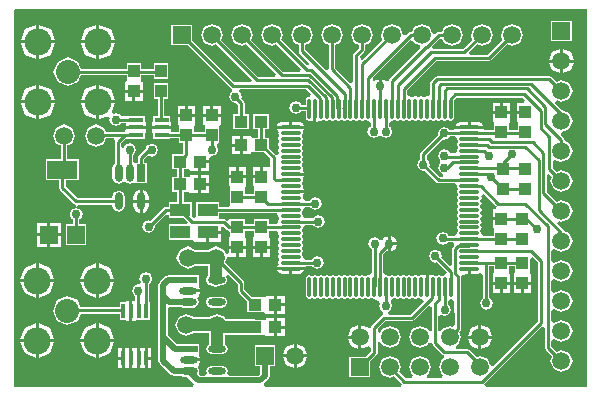
<source format=gtl>
%FSLAX43Y43*%
%MOMM*%
G71*
G01*
G75*
G04 Layer_Physical_Order=1*
G04 Layer_Color=255*
%ADD10R,1.000X1.100*%
%ADD11R,1.100X1.000*%
%ADD12R,1.700X1.100*%
%ADD13R,1.150X0.450*%
%ADD14R,1.500X1.500*%
%ADD15R,2.541X1.500*%
%ADD16R,0.350X1.200*%
%ADD17R,0.700X1.500*%
%ADD18O,0.700X1.500*%
%ADD19O,0.300X1.800*%
%ADD20O,1.800X0.300*%
%ADD21R,1.500X0.600*%
%ADD22O,1.500X0.600*%
%ADD23C,0.254*%
%ADD24C,1.000*%
%ADD25C,0.500*%
%ADD26C,0.762*%
%ADD27C,1.500*%
%ADD28C,2.032*%
%ADD29C,2.286*%
%ADD30R,1.500X1.500*%
%ADD31C,0.254*%
G36*
X61856Y67268D02*
X61924Y67104D01*
X62431Y66894D01*
X62481Y66645D01*
X59861Y64024D01*
X59780Y63830D01*
X59780Y63830D01*
X59780D01*
X59561Y63911D01*
X59561Y63911D01*
X59561Y63911D01*
X59202Y64060D01*
Y63425D01*
X58948D01*
Y64060D01*
X58589Y63911D01*
X58579Y63887D01*
X58507Y63901D01*
X58433Y64144D01*
X61607Y67318D01*
X61856Y67268D01*
D02*
G37*
G36*
X72400Y48513D02*
Y43509D01*
X68645Y39754D01*
X68396Y39803D01*
X68181Y40321D01*
X67510Y40599D01*
X67266Y40498D01*
X66644Y41119D01*
X66450Y41200D01*
X66450Y41200D01*
X65522D01*
X65473Y41449D01*
X65641Y41519D01*
X65919Y42190D01*
X65755Y42586D01*
X65853Y42685D01*
X65853Y42685D01*
X65877Y42742D01*
X65934Y42879D01*
X65934Y42879D01*
Y47363D01*
D01*
X65934Y47363D01*
X65934D01*
X66356Y47538D01*
X66478D01*
Y47975D01*
X66732D01*
Y47538D01*
X67355D01*
X67564Y47624D01*
X67775Y47483D01*
Y45486D01*
X67661Y45439D01*
X67500Y45050D01*
X67661Y44661D01*
X68050Y44500D01*
X68439Y44661D01*
X68600Y45050D01*
X68439Y45439D01*
X68325Y45486D01*
Y48200D01*
X68715D01*
Y47759D01*
X68715D01*
Y47667D01*
X68588Y47540D01*
X68588D01*
Y46863D01*
X70096D01*
Y47540D01*
X69969D01*
Y47759D01*
X69969D01*
Y48200D01*
X70493D01*
Y47759D01*
X70493D01*
Y47667D01*
X70366Y47540D01*
X70366D01*
Y46863D01*
X71874D01*
Y47540D01*
X71747D01*
Y47759D01*
X71747D01*
Y48834D01*
X71982Y48932D01*
X72400Y48513D01*
D02*
G37*
G36*
X68894Y53273D02*
X68948Y53250D01*
X68898Y53001D01*
X68588D01*
Y52324D01*
X69342D01*
Y52070D01*
X68588D01*
Y51393D01*
X68715D01*
Y51174D01*
X68715D01*
Y50750D01*
X67790D01*
X67649Y50961D01*
X67655Y50975D01*
X67567Y51187D01*
X67567Y51187D01*
X67655Y51475D01*
Y51475D01*
X67567Y51687D01*
X67567Y51687D01*
X67655Y51975D01*
Y51975D01*
X67648Y51991D01*
X67648Y51991D01*
X67648Y51991D01*
X67567Y52187D01*
Y52187D01*
D01*
Y52263D01*
D01*
X67655Y52475D01*
D01*
D01*
D01*
D01*
X67567Y52687D01*
X67567Y52687D01*
X67655Y52975D01*
Y52975D01*
X67567Y53187D01*
X67567Y53187D01*
X67648Y53459D01*
X67648Y53459D01*
X67648Y53459D01*
X67655Y53475D01*
X67567Y53687D01*
X67567Y53687D01*
X67655Y53975D01*
Y53975D01*
X67605Y54095D01*
X67694Y54261D01*
X67827Y54339D01*
X68894Y53273D01*
D02*
G37*
G36*
X65355Y45272D02*
X65381Y43198D01*
X65171Y43056D01*
X64970Y43139D01*
X64299Y42861D01*
X64224Y42681D01*
X63975Y42730D01*
Y43960D01*
X64186Y44101D01*
X64550Y43950D01*
X64939Y44111D01*
X65100Y44500D01*
X64939Y44889D01*
X64830Y44934D01*
Y45240D01*
X65041Y45381D01*
X65055Y45375D01*
X65143Y45412D01*
X65355Y45272D01*
D02*
G37*
G36*
X62343Y45463D02*
X62555Y45375D01*
X62571Y45382D01*
X62571D01*
Y45382D01*
X62607Y45397D01*
X62748Y45185D01*
X61640Y44078D01*
X59814D01*
X59765Y44327D01*
X59944Y44401D01*
X60105Y44790D01*
X59959Y45141D01*
X60057Y45376D01*
X60267Y45463D01*
D01*
X60343D01*
D01*
X60555Y45375D01*
D01*
D01*
D01*
D01*
X60767Y45463D01*
D01*
X60843D01*
X60843Y45463D01*
Y45463D01*
X61039Y45382D01*
X61039Y45382D01*
X61039Y45382D01*
X61055Y45375D01*
X61267Y45463D01*
D01*
X61343D01*
D01*
X61555Y45375D01*
D01*
D01*
D01*
D01*
X61767Y45463D01*
D01*
X61843D01*
D01*
X62055Y45375D01*
X62071Y45382D01*
X62071Y45382D01*
X62071Y45382D01*
X62267Y45463D01*
X62267D01*
D01*
X62343D01*
D01*
D02*
G37*
G36*
X65561Y58989D02*
X65555Y58975D01*
D01*
D01*
X65643Y58763D01*
D01*
Y58687D01*
D01*
X65555Y58475D01*
X65562Y58459D01*
X65562Y58459D01*
X65562Y58459D01*
X65643Y58263D01*
Y58263D01*
D01*
Y58187D01*
D01*
X65555Y57975D01*
D01*
D01*
D01*
D01*
X65561Y57961D01*
X65420Y57750D01*
X64975D01*
X64905Y57920D01*
X64516Y58081D01*
X64127Y57920D01*
X63966Y57531D01*
X64127Y57142D01*
D01*
Y57142D01*
Y57142D01*
D01*
X64127Y56904D01*
X64127D01*
X63966Y56515D01*
X64127Y56126D01*
X64434Y55999D01*
X64385Y55750D01*
X64146D01*
X63241Y56655D01*
X63288Y56769D01*
X63127Y57158D01*
X63013Y57205D01*
Y57544D01*
X64402Y58933D01*
X64516Y58886D01*
X64905Y59047D01*
X64968Y59200D01*
X65420D01*
X65561Y58989D01*
D02*
G37*
G36*
X76600Y38000D02*
X68001D01*
X67903Y38235D01*
X72716Y43047D01*
X72967Y43006D01*
X73000Y42939D01*
Y41279D01*
X73000Y41279D01*
X73081Y41085D01*
X73631Y40534D01*
X73476Y40160D01*
X73754Y39489D01*
X74425Y39211D01*
X75096Y39489D01*
X75374Y40160D01*
X75096Y40831D01*
X74425Y41109D01*
X74007Y40936D01*
X73550Y41393D01*
Y41885D01*
X73761Y42026D01*
X74425Y41751D01*
X75096Y42029D01*
X75374Y42700D01*
X75096Y43371D01*
X74425Y43649D01*
X73761Y43374D01*
X73550Y43515D01*
Y44425D01*
X73761Y44566D01*
X74425Y44291D01*
X75096Y44569D01*
X75374Y45240D01*
X75096Y45911D01*
X74425Y46189D01*
X73761Y45914D01*
X73550Y46055D01*
Y46965D01*
X73761Y47106D01*
X74425Y46831D01*
X75096Y47109D01*
X75374Y47780D01*
X75096Y48451D01*
X74425Y48729D01*
X73761Y48454D01*
X73550Y48595D01*
Y49505D01*
X73761Y49646D01*
X74425Y49371D01*
X75096Y49649D01*
X75374Y50320D01*
X75096Y50991D01*
X74634Y51183D01*
X74616Y51226D01*
X74616Y51226D01*
X74042Y51800D01*
X74183Y52011D01*
X74425Y51911D01*
X75096Y52189D01*
X75374Y52860D01*
X75096Y53531D01*
X74425Y53809D01*
X74007Y53636D01*
X73173Y54470D01*
Y55900D01*
X73408Y55998D01*
X73631Y55774D01*
X73476Y55400D01*
X73754Y54729D01*
X74425Y54451D01*
X75096Y54729D01*
X75374Y55400D01*
X75096Y56071D01*
X74425Y56349D01*
X74007Y56176D01*
X73681Y56502D01*
Y57070D01*
X73892Y57211D01*
X74425Y56991D01*
X75096Y57269D01*
X75374Y57940D01*
X75096Y58611D01*
X74697Y58777D01*
Y58853D01*
X74697Y58853D01*
X74697Y58853D01*
X74640Y58990D01*
X74616Y59047D01*
X74616Y59047D01*
X74380Y59284D01*
X74430Y59533D01*
X75096Y59809D01*
X75374Y60480D01*
X75096Y61151D01*
X74499Y61398D01*
X73865Y62033D01*
X74006Y62244D01*
X74425Y62071D01*
X75096Y62349D01*
X75374Y63020D01*
X75096Y63691D01*
X74425Y63969D01*
X74007Y63796D01*
X73600Y64202D01*
X73406Y64283D01*
X73406Y64283D01*
X63881D01*
X63881Y64283D01*
X63784Y64243D01*
X63687Y64202D01*
X63687Y64202D01*
X63361Y63876D01*
X63280Y63682D01*
X63280Y63682D01*
Y62710D01*
X63069Y62569D01*
X63055Y62575D01*
D01*
D01*
D01*
D01*
X62843Y62487D01*
D01*
X62767D01*
D01*
X62555Y62575D01*
D01*
D01*
D01*
D01*
X62343Y62487D01*
D01*
X62267D01*
X62267Y62487D01*
Y62487D01*
X62071Y62568D01*
X62071Y62568D01*
X62071Y62568D01*
X62055Y62575D01*
X61843Y62487D01*
D01*
X61767D01*
D01*
X61555Y62575D01*
D01*
D01*
D01*
D01*
X61541Y62569D01*
X61330Y62710D01*
Y63091D01*
X63789Y65550D01*
X68265D01*
X68265Y65550D01*
X68459Y65631D01*
X69819Y66990D01*
X70215Y66826D01*
X70886Y67104D01*
X71164Y67775D01*
X70886Y68446D01*
X70215Y68724D01*
X69544Y68446D01*
X69266Y67775D01*
X69430Y67379D01*
X68151Y66100D01*
X66721D01*
X66623Y66335D01*
X67279Y66990D01*
X67675Y66826D01*
X68346Y67104D01*
X68624Y67775D01*
X68346Y68446D01*
X67675Y68724D01*
X67004Y68446D01*
X66726Y67775D01*
X66890Y67379D01*
X66086Y66575D01*
X63592D01*
X63458Y66791D01*
X63496Y66868D01*
X64088Y67459D01*
X64337Y67410D01*
X64464Y67104D01*
X65135Y66826D01*
X65806Y67104D01*
X66084Y67775D01*
X65806Y68446D01*
X65135Y68724D01*
X64464Y68446D01*
X64300Y68050D01*
X64015D01*
X64015Y68050D01*
X63877Y67993D01*
X63820Y67969D01*
X63820Y67969D01*
X63730Y67879D01*
X63481Y67928D01*
X63266Y68446D01*
X62595Y68724D01*
X61924Y68446D01*
X61760Y68050D01*
X61675Y68050D01*
X61675Y68050D01*
X61675Y68050D01*
X61538Y67993D01*
X61481Y67969D01*
X61481Y67969D01*
X61248Y67737D01*
X60999Y67787D01*
X60726Y68446D01*
X60055Y68724D01*
X59384Y68446D01*
X59106Y67775D01*
X59270Y67379D01*
X57565Y65673D01*
X57428Y65730D01*
X57378Y65979D01*
X57709Y66311D01*
X57709Y66311D01*
X57790Y66505D01*
Y66940D01*
X58186Y67104D01*
X58464Y67775D01*
X58186Y68446D01*
X57515Y68724D01*
X56844Y68446D01*
X56566Y67775D01*
X56844Y67104D01*
X57240Y66940D01*
Y66619D01*
X56861Y66239D01*
X56780Y66045D01*
X56780Y66045D01*
Y63791D01*
X56545Y63693D01*
X55250Y64989D01*
Y66940D01*
X55646Y67104D01*
X55924Y67775D01*
X55646Y68446D01*
X54975Y68724D01*
X54304Y68446D01*
X54026Y67775D01*
X54304Y67104D01*
X54700Y66940D01*
Y64875D01*
D01*
X54700Y64875D01*
X54700D01*
X54462Y64777D01*
X52710Y66529D01*
Y66940D01*
X53106Y67104D01*
X53384Y67775D01*
X53106Y68446D01*
X52435Y68724D01*
X51764Y68446D01*
X51486Y67775D01*
X51764Y67104D01*
X52160Y66940D01*
Y66415D01*
X52160Y66415D01*
X52241Y66221D01*
X53049Y65412D01*
X53097Y65316D01*
X52935Y65199D01*
X52872Y65187D01*
X50680Y67379D01*
X50844Y67775D01*
X50566Y68446D01*
X49895Y68724D01*
X49224Y68446D01*
X48946Y67775D01*
X49224Y67104D01*
X49895Y66826D01*
X50291Y66990D01*
X52372Y64910D01*
X52274Y64675D01*
X50844D01*
X48140Y67379D01*
X48304Y67775D01*
X48026Y68446D01*
X47355Y68724D01*
X46684Y68446D01*
X46406Y67775D01*
X46684Y67104D01*
X47355Y66826D01*
X47751Y66990D01*
X50282Y64460D01*
X50184Y64225D01*
X48754D01*
X45600Y67379D01*
X45764Y67775D01*
X45486Y68446D01*
X44815Y68724D01*
X44144Y68446D01*
X43866Y67775D01*
X44144Y67104D01*
X44815Y66826D01*
X45211Y66990D01*
X48217Y63985D01*
X48119Y63750D01*
X46689D01*
X43152Y67287D01*
Y68652D01*
X41398D01*
Y66898D01*
X42763D01*
X46381Y63281D01*
X46381Y63281D01*
X46438Y63257D01*
X46502Y63230D01*
Y62976D01*
X46411Y62939D01*
X46250Y62550D01*
X46411Y62161D01*
X46800Y62000D01*
X46839Y62016D01*
X47050Y61875D01*
Y61052D01*
X46648D01*
Y59798D01*
X48002D01*
Y61052D01*
X47600D01*
Y62025D01*
X47600Y62025D01*
X47560Y62122D01*
X47519Y62219D01*
X47519Y62219D01*
X47303Y62436D01*
X47350Y62550D01*
X47189Y62939D01*
X47159Y62951D01*
X47209Y63200D01*
X52812D01*
X53248Y62765D01*
X53107Y62553D01*
X53071Y62568D01*
Y62568D01*
D01*
D01*
X53071Y62568D01*
D01*
X53055Y62575D01*
X52843Y62487D01*
X52836Y62471D01*
X52836D01*
X52836D01*
X52836Y62471D01*
X52836Y62471D01*
Y62471D01*
X52755Y62275D01*
Y61870D01*
X52379D01*
X52332Y61984D01*
X51943Y62145D01*
X51554Y61984D01*
X51393Y61595D01*
X51554Y61206D01*
X51943Y61045D01*
X52332Y61206D01*
X52379Y61320D01*
X52755D01*
Y60775D01*
X52836Y60579D01*
Y60579D01*
X52836Y60579D01*
X52836Y60579D01*
X52836D01*
X52836D01*
X52843Y60563D01*
X53055Y60475D01*
X53071Y60482D01*
X53071D01*
Y60482D01*
D01*
D01*
D01*
X53139Y60510D01*
X53246Y60466D01*
X53246Y60466D01*
X53246Y60466D01*
X53428Y60390D01*
Y61525D01*
X53682D01*
Y60390D01*
X53864Y60466D01*
X53864Y60466D01*
Y60466D01*
X53971Y60510D01*
X54055Y60475D01*
X54267Y60563D01*
X54267D01*
D01*
X54343D01*
D01*
X54555Y60475D01*
X54571Y60482D01*
X54571Y60482D01*
X54571Y60482D01*
X54767Y60563D01*
X54767D01*
D01*
X54843D01*
D01*
X55055Y60475D01*
D01*
D01*
D01*
D01*
X55267Y60563D01*
D01*
X55343D01*
D01*
X55555Y60475D01*
D01*
D01*
D01*
D01*
X55767Y60563D01*
D01*
X55843D01*
X55843Y60563D01*
Y60563D01*
X56039Y60482D01*
X56039Y60482D01*
X56039Y60482D01*
X56055Y60475D01*
X56267Y60563D01*
D01*
X56343D01*
D01*
X56555Y60475D01*
D01*
D01*
D01*
D01*
X56767Y60563D01*
D01*
X56843D01*
D01*
X57055Y60475D01*
X57071Y60482D01*
X57071Y60482D01*
X57071Y60482D01*
X57267Y60563D01*
X57267D01*
D01*
X57343D01*
D01*
X57555Y60475D01*
D01*
D01*
D01*
D01*
X57767Y60563D01*
D01*
X57843D01*
D01*
X58055Y60475D01*
X58069Y60481D01*
X58280Y60340D01*
Y60002D01*
X58158Y59952D01*
X57997Y59563D01*
X58158Y59174D01*
X58547Y59013D01*
X58936Y59174D01*
X58936Y59174D01*
X59174D01*
Y59174D01*
X59563Y59013D01*
X59952Y59174D01*
X60113Y59563D01*
X59952Y59952D01*
X59838Y59999D01*
Y60336D01*
X60049Y60478D01*
X60055Y60475D01*
X60267Y60563D01*
D01*
X60343D01*
D01*
X60555Y60475D01*
D01*
D01*
D01*
D01*
X60767Y60563D01*
D01*
X60843D01*
X60843Y60563D01*
Y60563D01*
X61039Y60482D01*
X61039Y60482D01*
X61039Y60482D01*
X61055Y60475D01*
X61267Y60563D01*
D01*
X61343D01*
D01*
X61555Y60475D01*
D01*
D01*
D01*
D01*
X61767Y60563D01*
D01*
X61843D01*
D01*
X62055Y60475D01*
X62071Y60482D01*
X62071Y60482D01*
X62071Y60482D01*
X62267Y60563D01*
X62267D01*
D01*
X62343D01*
D01*
X62555Y60475D01*
D01*
D01*
D01*
D01*
X62767Y60563D01*
D01*
X62843D01*
D01*
X63055Y60475D01*
D01*
D01*
D01*
D01*
X63267Y60563D01*
D01*
X63343D01*
D01*
X63555Y60475D01*
D01*
D01*
D01*
D01*
X63767Y60563D01*
D01*
X63843D01*
X63843Y60563D01*
Y60563D01*
X64039Y60482D01*
X64039Y60482D01*
X64039Y60482D01*
X64055Y60475D01*
X64267Y60563D01*
D01*
X64343D01*
D01*
X64555Y60475D01*
X64571Y60482D01*
X64571Y60482D01*
X64571Y60482D01*
X64767Y60563D01*
X64767D01*
D01*
X64843D01*
D01*
X65055Y60475D01*
X65071Y60482D01*
X65071D01*
Y60482D01*
X65267Y60563D01*
X65355Y60775D01*
Y62275D01*
X65348Y62292D01*
X65519Y62463D01*
X71145D01*
X71356Y62253D01*
X71259Y62018D01*
X70620D01*
Y61341D01*
X71374D01*
Y61087D01*
X70620D01*
Y60410D01*
X70747D01*
Y60191D01*
X70747D01*
Y59750D01*
X69969D01*
Y60191D01*
X69969D01*
Y60283D01*
X70096Y60410D01*
X70096D01*
Y61087D01*
X68588D01*
Y60410D01*
X68715D01*
Y60191D01*
X68715D01*
Y59750D01*
X67928D01*
X67862Y59848D01*
X65348D01*
X65282Y59750D01*
X64936D01*
X64905Y59825D01*
X64516Y59986D01*
X64127Y59825D01*
X63966Y59436D01*
X64013Y59322D01*
X62544Y57852D01*
X62463Y57658D01*
X62463Y57658D01*
Y57205D01*
X62349Y57158D01*
X62188Y56769D01*
X62349Y56380D01*
X62738Y56219D01*
X62852Y56266D01*
X63838Y55281D01*
X63838Y55281D01*
X63895Y55257D01*
X64032Y55200D01*
X64032Y55200D01*
X65420D01*
X65561Y54989D01*
X65555Y54975D01*
D01*
D01*
D01*
D01*
X65643Y54763D01*
D01*
Y54687D01*
X65643Y54687D01*
X65643D01*
X65562Y54491D01*
X65562Y54491D01*
X65562Y54491D01*
X65555Y54475D01*
X65643Y54263D01*
D01*
Y54187D01*
D01*
X65555Y53975D01*
D01*
D01*
D01*
D01*
X65643Y53763D01*
D01*
Y53687D01*
D01*
X65555Y53475D01*
X65562Y53459D01*
X65562Y53459D01*
X65562Y53459D01*
X65643Y53263D01*
Y53263D01*
D01*
Y53187D01*
D01*
X65555Y52975D01*
D01*
D01*
D01*
D01*
X65643Y52763D01*
D01*
Y52687D01*
D01*
X65555Y52475D01*
D01*
D01*
D01*
D01*
X65643Y52263D01*
D01*
Y52187D01*
X65643Y52187D01*
X65643D01*
X65562Y51991D01*
X65562Y51991D01*
X65562Y51991D01*
X65555Y51975D01*
X65643Y51763D01*
D01*
Y51687D01*
D01*
X65555Y51475D01*
D01*
D01*
D01*
D01*
X65643Y51263D01*
D01*
Y51187D01*
D01*
X65555Y50975D01*
X65561Y50961D01*
X65420Y50750D01*
X64854D01*
X64778Y50935D01*
X64389Y51096D01*
X64000Y50935D01*
X63839Y50546D01*
X64000Y50157D01*
X64389Y49996D01*
X64778Y50157D01*
X64796Y50200D01*
X65240D01*
X65299Y50171D01*
X65340Y49920D01*
X65257Y49837D01*
X65176Y49642D01*
X65176Y49642D01*
Y48320D01*
X64941Y48222D01*
X64228Y48936D01*
X64275Y49050D01*
X64114Y49439D01*
X63725Y49600D01*
X63336Y49439D01*
X63175Y49050D01*
X63336Y48661D01*
X63725Y48500D01*
X63839Y48547D01*
X64703Y47683D01*
X64562Y47472D01*
X64555Y47475D01*
X64343Y47387D01*
D01*
X64267D01*
D01*
X64055Y47475D01*
X64039Y47468D01*
X64039Y47468D01*
X64039Y47468D01*
X63843Y47387D01*
X63843D01*
D01*
X63767D01*
D01*
X63555Y47475D01*
X63539Y47468D01*
X63539D01*
Y47468D01*
X63471Y47440D01*
X63364Y47484D01*
X63364Y47484D01*
X63364Y47484D01*
X63182Y47560D01*
Y46425D01*
X62928D01*
Y47560D01*
X62746Y47484D01*
X62746Y47484D01*
Y47484D01*
X62639Y47440D01*
X62571Y47468D01*
Y47468D01*
X62571D01*
X62555Y47475D01*
X62343Y47387D01*
D01*
X62267D01*
X62267Y47387D01*
Y47387D01*
X62071Y47468D01*
X62071Y47468D01*
X62071Y47468D01*
X62055Y47475D01*
X61843Y47387D01*
D01*
X61767D01*
D01*
X61555Y47475D01*
D01*
D01*
D01*
D01*
X61343Y47387D01*
D01*
X61267D01*
D01*
X61055Y47475D01*
X61039Y47468D01*
X61039Y47468D01*
X61039Y47468D01*
X60843Y47387D01*
X60843D01*
D01*
X60767D01*
D01*
X60555Y47475D01*
D01*
D01*
D01*
D01*
X60343Y47387D01*
D01*
X60267D01*
D01*
X60055Y47475D01*
D01*
D01*
D01*
D01*
X59843Y47387D01*
D01*
X59767D01*
X59767Y47387D01*
Y47387D01*
X59555Y47475D01*
X59541Y47469D01*
X59330Y47610D01*
Y49191D01*
X59614Y49475D01*
X59698Y49440D01*
Y50075D01*
Y50710D01*
X59339Y50561D01*
X59288Y50439D01*
X59034Y50439D01*
X59014Y50489D01*
X58625Y50650D01*
X58236Y50489D01*
X58075Y50100D01*
X58236Y49711D01*
X58350Y49664D01*
Y47581D01*
X58139Y47440D01*
X58055Y47475D01*
D01*
D01*
D01*
D01*
X57843Y47387D01*
D01*
X57767D01*
D01*
X57555Y47475D01*
D01*
D01*
D01*
D01*
X57343Y47387D01*
D01*
X57267D01*
X57267Y47387D01*
Y47387D01*
X57071Y47468D01*
X57071Y47468D01*
X57071Y47468D01*
X57055Y47475D01*
X56843Y47387D01*
D01*
X56767D01*
D01*
X56555Y47475D01*
D01*
D01*
D01*
D01*
X56343Y47387D01*
D01*
X56267D01*
D01*
X56055Y47475D01*
X56039Y47468D01*
X56039Y47468D01*
X56039Y47468D01*
X55843Y47387D01*
X55843D01*
D01*
X55767D01*
D01*
X55555Y47475D01*
D01*
D01*
D01*
D01*
X55343Y47387D01*
D01*
X55267D01*
D01*
X55055Y47475D01*
D01*
D01*
D01*
D01*
X54843Y47387D01*
D01*
X54767D01*
X54767Y47387D01*
Y47387D01*
X54571Y47468D01*
X54571Y47468D01*
X54571Y47468D01*
X54555Y47475D01*
X54343Y47387D01*
D01*
X54267D01*
D01*
X54055Y47475D01*
D01*
D01*
D01*
D01*
X53843Y47387D01*
D01*
X53767D01*
D01*
X53555Y47475D01*
X53539Y47468D01*
X53539Y47468D01*
X53539Y47468D01*
X53343Y47387D01*
X53343D01*
D01*
X53267D01*
D01*
X53055Y47475D01*
X53039Y47468D01*
X53039D01*
Y47468D01*
X52843Y47387D01*
X52755Y47175D01*
Y45675D01*
X52843Y45463D01*
X53039Y45382D01*
Y45382D01*
X53039D01*
X53055Y45375D01*
X53267Y45463D01*
D01*
X53343D01*
X53343Y45463D01*
Y45463D01*
X53539Y45382D01*
X53539Y45382D01*
X53539Y45382D01*
X53555Y45375D01*
X53767Y45463D01*
D01*
X53843D01*
D01*
X54055Y45375D01*
D01*
D01*
D01*
D01*
X54267Y45463D01*
D01*
X54343D01*
D01*
X54555Y45375D01*
X54571Y45382D01*
X54571Y45382D01*
X54571Y45382D01*
X54767Y45463D01*
X54767D01*
D01*
X54843D01*
D01*
X55055Y45375D01*
D01*
D01*
D01*
D01*
X55267Y45463D01*
D01*
X55343D01*
D01*
X55555Y45375D01*
D01*
D01*
D01*
D01*
X55767Y45463D01*
D01*
X55843D01*
X55843Y45463D01*
Y45463D01*
X56039Y45382D01*
X56039Y45382D01*
X56039Y45382D01*
X56055Y45375D01*
X56267Y45463D01*
D01*
X56343D01*
D01*
X56555Y45375D01*
D01*
D01*
D01*
D01*
X56767Y45463D01*
D01*
X56843D01*
D01*
X57055Y45375D01*
X57071Y45382D01*
X57071Y45382D01*
X57071Y45382D01*
X57267Y45463D01*
X57267D01*
D01*
X57343D01*
D01*
X57555Y45375D01*
D01*
D01*
D01*
D01*
X57767Y45463D01*
D01*
X57843D01*
D01*
X58055Y45375D01*
D01*
D01*
D01*
D01*
X58267Y45463D01*
D01*
X58343D01*
X58343Y45463D01*
Y45463D01*
X58555Y45375D01*
X58639Y45410D01*
X58746Y45366D01*
X58746Y45366D01*
X58746Y45366D01*
X59005Y45259D01*
X59102Y45024D01*
X59005Y44790D01*
X59166Y44401D01*
X59356Y44323D01*
X59356Y44069D01*
X59241Y44021D01*
X59184Y43997D01*
X59184Y43997D01*
X58381Y43194D01*
X58300Y43000D01*
X58300Y43000D01*
X58300D01*
X58275Y42990D01*
X58118Y42958D01*
X58118D01*
D01*
X57477Y43224D01*
Y42190D01*
Y41156D01*
X58089Y41409D01*
X58300Y41268D01*
Y40989D01*
X57838Y40527D01*
X56473D01*
Y38773D01*
X58227D01*
Y40138D01*
X58769Y40681D01*
X58769Y40681D01*
X58793Y40738D01*
X58850Y40875D01*
X58850Y40875D01*
Y41758D01*
X59099Y41808D01*
X59219Y41519D01*
X59890Y41241D01*
X60561Y41519D01*
X60839Y42190D01*
X60561Y42861D01*
X59890Y43139D01*
X59219Y42861D01*
X59099Y42572D01*
X58850Y42622D01*
Y42886D01*
X59492Y43528D01*
X61754D01*
X61754Y43528D01*
X61949Y43609D01*
X63190Y44850D01*
X63425Y44753D01*
Y42730D01*
X63176Y42681D01*
X63101Y42861D01*
X62430Y43139D01*
X61759Y42861D01*
X61481Y42190D01*
X61759Y41519D01*
X62430Y41241D01*
X63101Y41519D01*
X63166Y41675D01*
X63425D01*
X63425Y41675D01*
Y41675D01*
X63425Y41675D01*
X63506Y41481D01*
X64256Y40731D01*
X64256Y40731D01*
X64450Y40650D01*
Y40384D01*
X64299Y40321D01*
X64021Y39650D01*
X64299Y38979D01*
X64371Y38949D01*
X64321Y38700D01*
X63079D01*
X63029Y38949D01*
X63101Y38979D01*
X63379Y39650D01*
X63101Y40321D01*
X62430Y40599D01*
X61759Y40321D01*
X61481Y39650D01*
X61759Y38979D01*
X61831Y38949D01*
X61781Y38700D01*
X61229D01*
X60675Y39254D01*
X60839Y39650D01*
X60561Y40321D01*
X59890Y40599D01*
X59219Y40321D01*
X58941Y39650D01*
X59219Y38979D01*
X59890Y38701D01*
X60286Y38865D01*
X60917Y38235D01*
X60819Y38000D01*
X49311D01*
X49214Y38236D01*
X49614Y38636D01*
X49614Y38636D01*
X49649Y38721D01*
X49733Y38925D01*
X49733Y38925D01*
Y39723D01*
X50202D01*
Y41477D01*
X48448D01*
Y39723D01*
X48917D01*
Y39094D01*
X48756Y38933D01*
X46239D01*
X46098Y39144D01*
X46162Y39300D01*
X46027Y39627D01*
X45700Y39762D01*
X44800D01*
X44473Y39627D01*
X44338Y39300D01*
X44402Y39144D01*
X44261Y38933D01*
X43839D01*
X43698Y39144D01*
X43762Y39300D01*
X43627Y39627D01*
Y39627D01*
D01*
X43724Y39826D01*
X43724Y39826D01*
X43847Y40123D01*
X42850D01*
Y40377D01*
X43847D01*
X43724Y40674D01*
X43709Y40680D01*
X43727Y40773D01*
X43727D01*
X43727Y40773D01*
Y41627D01*
X41973D01*
Y41608D01*
X41844D01*
X41108Y42344D01*
Y44681D01*
X41200Y44742D01*
X42244D01*
X42375Y44688D01*
X43275D01*
X43602Y44823D01*
X43737Y45150D01*
X43602Y45477D01*
Y45477D01*
D01*
X43699Y45676D01*
X43699Y45676D01*
X43822Y45973D01*
X42825D01*
Y46227D01*
X43822D01*
X43699Y46524D01*
X43684Y46530D01*
X43702Y46623D01*
X43702D01*
X43702Y46623D01*
Y47477D01*
X41948D01*
Y47458D01*
X41150D01*
X41150Y47458D01*
X41006Y47398D01*
X40861Y47339D01*
X40861Y47339D01*
X40411Y46889D01*
X40292Y46600D01*
X40292Y46600D01*
Y45650D01*
X40292Y45650D01*
X40292Y45650D01*
Y42175D01*
X40292Y42175D01*
X40292Y42175D01*
Y40200D01*
X40292Y40200D01*
X40411Y39911D01*
X41311Y39011D01*
X41311Y39011D01*
X41456Y38952D01*
X41600Y38892D01*
X41600Y38892D01*
X42269D01*
X42400Y38838D01*
X42735D01*
X43336Y38236D01*
D01*
Y38236D01*
Y38236D01*
X43239Y38000D01*
X28100D01*
Y69850D01*
X28150Y69900D01*
Y69900D01*
X28156Y69925D01*
X76600D01*
Y38000D01*
D02*
G37*
%LPC*%
G36*
X45175Y49874D02*
X44522Y49604D01*
X43428D01*
X42775Y49874D01*
X42104Y49596D01*
X41826Y48925D01*
X42104Y48254D01*
X42775Y47976D01*
X43428Y48246D01*
X44496D01*
Y47397D01*
X44448Y47377D01*
X44313Y47050D01*
X44448Y46723D01*
X44695Y46621D01*
X44695Y46620D01*
X45175Y46421D01*
X45577Y46588D01*
X45675D01*
X46002Y46723D01*
X46137Y47050D01*
X46016Y47343D01*
X46227Y47484D01*
X47025Y46686D01*
Y46100D01*
X47025Y46100D01*
X47106Y45906D01*
X47798Y45213D01*
Y44298D01*
X49152D01*
Y44298D01*
X49244D01*
X49371Y44171D01*
Y44171D01*
X50048D01*
Y44925D01*
Y45679D01*
X49371D01*
Y45552D01*
X49152D01*
Y45552D01*
X48237D01*
X47575Y46214D01*
Y46800D01*
X47575Y46800D01*
X47518Y46937D01*
X47494Y46994D01*
X47494Y46994D01*
X45960Y48529D01*
X46124Y48925D01*
Y48925D01*
X46129Y48936D01*
X46236Y48980D01*
X46236Y48980D01*
X46236Y48980D01*
X46863D01*
Y49657D01*
X46236D01*
Y49306D01*
X45987Y49257D01*
X45846Y49596D01*
X45175Y49874D01*
D02*
G37*
G36*
X34988Y46838D02*
X33655D01*
X34046Y45896D01*
X34988Y45506D01*
Y46838D01*
D02*
G37*
G36*
X70096Y46609D02*
X69469D01*
Y45932D01*
X70096D01*
Y46609D01*
D02*
G37*
G36*
X69215D02*
X68588D01*
Y45932D01*
X69215D01*
Y46609D01*
D02*
G37*
G36*
X36575Y46838D02*
X35242D01*
Y45506D01*
X36184Y45896D01*
X36575Y46838D01*
D02*
G37*
G36*
X31494D02*
X30162D01*
Y45506D01*
X31104Y45896D01*
X31494Y46838D01*
D02*
G37*
G36*
X45675Y45612D02*
X44775D01*
X44448Y45477D01*
X44313Y45150D01*
X44448Y44823D01*
X44775Y44688D01*
X45675D01*
X46002Y44823D01*
X46137Y45150D01*
X46002Y45477D01*
X45675Y45612D01*
D02*
G37*
G36*
X50979Y44798D02*
X50302D01*
Y44171D01*
X50979D01*
Y44798D01*
D02*
G37*
G36*
Y45679D02*
X50302D01*
Y45052D01*
X50979D01*
Y45679D01*
D02*
G37*
G36*
X29908Y46838D02*
X28576D01*
X28966Y45896D01*
X29908Y45506D01*
Y46838D01*
D02*
G37*
G36*
X30898Y50723D02*
X30021D01*
Y49846D01*
X30898D01*
Y50723D01*
D02*
G37*
G36*
X70993Y46609D02*
X70366D01*
Y45932D01*
X70993D01*
Y46609D01*
D02*
G37*
G36*
X35242Y48424D02*
Y47092D01*
X36575D01*
X36184Y48034D01*
X35242Y48424D01*
D02*
G37*
G36*
X48895Y49657D02*
X48268D01*
Y48980D01*
X48895D01*
Y49657D01*
D02*
G37*
G36*
X34988Y48424D02*
X34046Y48034D01*
X33655Y47092D01*
X34988D01*
Y48424D01*
D02*
G37*
G36*
X47744Y49657D02*
X47117D01*
Y48980D01*
X47744D01*
Y49657D01*
D02*
G37*
G36*
X52640Y47848D02*
X51632D01*
Y47538D01*
X52255D01*
X52564Y47666D01*
X52640Y47848D01*
D02*
G37*
G36*
X51378D02*
X50370D01*
X50446Y47666D01*
X50755Y47538D01*
X51378D01*
Y47848D01*
D02*
G37*
G36*
X60460Y49948D02*
X59952D01*
Y49440D01*
X60311Y49589D01*
X60460Y49948D01*
D02*
G37*
G36*
X39243Y47667D02*
X38854Y47506D01*
X38693Y47117D01*
X38817Y46818D01*
X38637Y46639D01*
X38608Y46651D01*
X38219Y46490D01*
X38058Y46101D01*
X38219Y45712D01*
X38333Y45665D01*
Y45254D01*
X38102D01*
Y44400D01*
Y43546D01*
X38404D01*
Y43673D01*
X38927D01*
Y43673D01*
X38927D01*
X38927Y43673D01*
X38973D01*
Y43673D01*
X39577D01*
Y45127D01*
X39518D01*
Y46681D01*
X39632Y46728D01*
X39793Y47117D01*
X39632Y47506D01*
X39243Y47667D01*
D02*
G37*
G36*
X71874Y46609D02*
X71247D01*
Y45932D01*
X71874D01*
Y46609D01*
D02*
G37*
G36*
X30162Y48424D02*
Y47092D01*
X31494D01*
X31104Y48034D01*
X30162Y48424D01*
D02*
G37*
G36*
X29908D02*
X28966Y48034D01*
X28576Y47092D01*
X29908D01*
Y48424D01*
D02*
G37*
G36*
X49776Y49657D02*
X49149D01*
Y48980D01*
X49776D01*
Y49657D01*
D02*
G37*
G36*
X34988Y41758D02*
X33655D01*
X34046Y40816D01*
X34988Y40425D01*
Y41758D01*
D02*
G37*
G36*
X31494D02*
X30162D01*
Y40425D01*
X31104Y40816D01*
X31494Y41758D01*
D02*
G37*
G36*
X29908D02*
X28576D01*
X28966Y40816D01*
X29908Y40425D01*
Y41758D01*
D02*
G37*
G36*
X36575D02*
X35242D01*
Y40425D01*
X36184Y40816D01*
X36575Y41758D01*
D02*
G37*
G36*
X51738Y41634D02*
X51097Y41368D01*
X50831Y40727D01*
X51738D01*
Y41634D01*
D02*
G37*
G36*
X39704Y41254D02*
X39402D01*
Y40527D01*
X39704D01*
Y41254D01*
D02*
G37*
G36*
X37198D02*
X36896D01*
Y40527D01*
X37198D01*
Y41254D01*
D02*
G37*
G36*
X38498D02*
X38102D01*
Y40400D01*
Y39546D01*
X38498D01*
Y40400D01*
Y41254D01*
D02*
G37*
G36*
X37848D02*
X37452D01*
Y40400D01*
Y39546D01*
X37848D01*
Y40400D01*
Y41254D01*
D02*
G37*
G36*
X37198Y40273D02*
X36896D01*
Y39546D01*
X37198D01*
Y40273D01*
D02*
G37*
G36*
X39148Y41254D02*
X38752D01*
Y40400D01*
Y39546D01*
X39148D01*
Y40400D01*
Y41254D01*
D02*
G37*
G36*
X52899Y40473D02*
X51992D01*
Y39566D01*
X52633Y39832D01*
X52899Y40473D01*
D02*
G37*
G36*
X51738D02*
X50831D01*
X51097Y39832D01*
X51738Y39566D01*
Y40473D01*
D02*
G37*
G36*
X39704Y40273D02*
X39402D01*
Y39546D01*
X39704D01*
Y40273D01*
D02*
G37*
G36*
X51992Y41634D02*
Y40727D01*
X52899D01*
X52633Y41368D01*
X51992Y41634D01*
D02*
G37*
G36*
X67383Y43224D02*
X66742Y42958D01*
X66476Y42317D01*
X67383D01*
Y43224D01*
D02*
G37*
G36*
X57223D02*
X56582Y42958D01*
X56316Y42317D01*
X57223D01*
Y43224D01*
D02*
G37*
G36*
X50979Y42898D02*
X50302D01*
Y42271D01*
X50979D01*
Y42898D01*
D02*
G37*
G36*
X67637Y43224D02*
Y42317D01*
X68544D01*
X68278Y42958D01*
X67637Y43224D01*
D02*
G37*
G36*
X45225Y44149D02*
X44572Y43879D01*
X43328D01*
X42675Y44149D01*
X42004Y43871D01*
X41726Y43200D01*
X42004Y42529D01*
X42675Y42251D01*
X43328Y42521D01*
X44571D01*
Y41567D01*
X44473Y41527D01*
X44338Y41200D01*
X44473Y40873D01*
X44800Y40738D01*
X45700D01*
X46027Y40873D01*
X46162Y41200D01*
X46027Y41527D01*
X45929Y41567D01*
Y42346D01*
X48475D01*
X48600Y42398D01*
X49152D01*
Y42398D01*
X49244D01*
X49371Y42271D01*
Y42271D01*
X50048D01*
Y43025D01*
Y43779D01*
X49371D01*
Y43652D01*
X49152D01*
Y43652D01*
X48600D01*
X48475Y43704D01*
X45966D01*
X45896Y43871D01*
X45225Y44149D01*
D02*
G37*
G36*
X32575Y45662D02*
X31700Y45300D01*
X31338Y44425D01*
X31700Y43550D01*
X32575Y43188D01*
X33450Y43550D01*
X33709Y44175D01*
X37023D01*
Y43673D01*
X37546D01*
Y43546D01*
X37848D01*
Y44400D01*
Y45254D01*
X37546D01*
Y45127D01*
X37023D01*
Y44725D01*
X33688D01*
X33450Y45300D01*
X32575Y45662D01*
D02*
G37*
G36*
X50979Y43779D02*
X50302D01*
Y43152D01*
X50979D01*
Y43779D01*
D02*
G37*
G36*
X68544Y42063D02*
X67637D01*
Y41156D01*
X68278Y41422D01*
X68544Y42063D01*
D02*
G37*
G36*
X67383D02*
X66476D01*
X66742Y41422D01*
X67383Y41156D01*
Y42063D01*
D02*
G37*
G36*
X57223D02*
X56316D01*
X56582Y41422D01*
X57223Y41156D01*
Y42063D01*
D02*
G37*
G36*
X29908Y43345D02*
X28966Y42954D01*
X28576Y42012D01*
X29908D01*
Y43345D01*
D02*
G37*
G36*
X35242D02*
Y42012D01*
X36575D01*
X36184Y42954D01*
X35242Y43345D01*
D02*
G37*
G36*
X34988D02*
X34046Y42954D01*
X33655Y42012D01*
X34988D01*
Y43345D01*
D02*
G37*
G36*
X30162D02*
Y42012D01*
X31494D01*
X31104Y42954D01*
X30162Y43345D01*
D02*
G37*
G36*
X38981Y62865D02*
X38354D01*
Y62188D01*
X38981D01*
Y62865D01*
D02*
G37*
G36*
X38100D02*
X37473D01*
Y62188D01*
X38100D01*
Y62865D01*
D02*
G37*
G36*
X70096Y62018D02*
X69469D01*
Y61341D01*
X70096D01*
Y62018D01*
D02*
G37*
G36*
X29972Y63562D02*
X29030Y63172D01*
X28639Y62230D01*
X29972D01*
Y63562D01*
D02*
G37*
G36*
X35306D02*
Y62230D01*
X36639D01*
X36248Y63172D01*
X35306Y63562D01*
D02*
G37*
G36*
X35052D02*
X34110Y63172D01*
X33720Y62230D01*
X35052D01*
Y63562D01*
D02*
G37*
G36*
X30226D02*
Y62230D01*
X31559D01*
X31168Y63172D01*
X30226Y63562D01*
D02*
G37*
G36*
X42545Y61764D02*
X41918D01*
Y61087D01*
X42545D01*
Y61764D01*
D02*
G37*
G36*
X35052Y61976D02*
X33720D01*
X34110Y61034D01*
X35052Y60644D01*
Y61976D01*
D02*
G37*
G36*
X31559D02*
X30226D01*
Y60644D01*
X31168Y61034D01*
X31559Y61976D01*
D02*
G37*
G36*
X43426Y61764D02*
X42799D01*
Y61087D01*
X43426D01*
Y61764D01*
D02*
G37*
G36*
X69215Y62018D02*
X68588D01*
Y61341D01*
X69215D01*
Y62018D01*
D02*
G37*
G36*
X45585Y61764D02*
X44958D01*
Y61087D01*
X45585D01*
Y61764D01*
D02*
G37*
G36*
X44704D02*
X44077D01*
Y61087D01*
X44704D01*
Y61764D01*
D02*
G37*
G36*
X75302Y68977D02*
X73548D01*
Y67223D01*
X75302D01*
Y68977D01*
D02*
G37*
G36*
X36639Y67056D02*
X35306D01*
Y65724D01*
X36248Y66114D01*
X36639Y67056D01*
D02*
G37*
G36*
X35052D02*
X33720D01*
X34110Y66114D01*
X35052Y65724D01*
Y67056D01*
D02*
G37*
G36*
X29972Y68643D02*
X29030Y68252D01*
X28639Y67310D01*
X29972D01*
Y68643D01*
D02*
G37*
G36*
X35306D02*
Y67310D01*
X36639D01*
X36248Y68252D01*
X35306Y68643D01*
D02*
G37*
G36*
X35052D02*
X34110Y68252D01*
X33720Y67310D01*
X35052D01*
Y68643D01*
D02*
G37*
G36*
X30226D02*
Y67310D01*
X31559D01*
X31168Y68252D01*
X30226Y68643D01*
D02*
G37*
G36*
X75459Y65433D02*
X74552D01*
Y64526D01*
X75193Y64792D01*
X75459Y65433D01*
D02*
G37*
G36*
X74298D02*
X73391D01*
X73657Y64792D01*
X74298Y64526D01*
Y65433D01*
D02*
G37*
G36*
X32639Y65880D02*
X31764Y65518D01*
X31402Y64643D01*
X31764Y63768D01*
X32639Y63406D01*
X33514Y63768D01*
X33762Y64368D01*
X37600D01*
Y64015D01*
X37600D01*
Y63923D01*
X37473Y63796D01*
X37473D01*
Y63119D01*
X38981D01*
Y63796D01*
X38854D01*
Y64015D01*
X38854D01*
Y64368D01*
X39886D01*
Y64015D01*
X41140D01*
Y65369D01*
X39886D01*
Y64918D01*
X38854D01*
Y65369D01*
X37600D01*
Y64918D01*
X33762D01*
X33514Y65518D01*
X32639Y65880D01*
D02*
G37*
G36*
X74298Y66594D02*
X73657Y66328D01*
X73391Y65687D01*
X74298D01*
Y66594D01*
D02*
G37*
G36*
X31559Y67056D02*
X30226D01*
Y65724D01*
X31168Y66114D01*
X31559Y67056D01*
D02*
G37*
G36*
X29972D02*
X28639D01*
X29030Y66114D01*
X29972Y65724D01*
Y67056D01*
D02*
G37*
G36*
X74552Y66594D02*
Y65687D01*
X75459D01*
X75193Y66328D01*
X74552Y66594D01*
D02*
G37*
G36*
X38952Y54676D02*
Y53802D01*
X39479D01*
Y54075D01*
X39287Y54537D01*
X38952Y54676D01*
D02*
G37*
G36*
X38698D02*
X38363Y54537D01*
X38171Y54075D01*
Y53802D01*
X38698D01*
Y54676D01*
D02*
G37*
G36*
X32325Y60199D02*
X31654Y59921D01*
X31376Y59250D01*
X31654Y58579D01*
X32050Y58415D01*
Y57227D01*
X30777D01*
Y55473D01*
X31900D01*
Y54825D01*
X31900Y54825D01*
X31981Y54630D01*
X33131Y53481D01*
X33131Y53481D01*
X33320Y53402D01*
Y53400D01*
X33320D01*
Y53150D01*
X33320D01*
Y53148D01*
X32936Y52989D01*
X32775Y52600D01*
X32936Y52211D01*
X33050Y52164D01*
Y51727D01*
X32448D01*
Y49973D01*
X34202D01*
Y51727D01*
X33600D01*
Y52164D01*
X33714Y52211D01*
X33875Y52600D01*
X33714Y52989D01*
X33325Y53150D01*
D01*
Y53220D01*
X33505Y53400D01*
X36409D01*
Y53275D01*
X36560Y52910D01*
X36925Y52759D01*
X37290Y52910D01*
X37441Y53275D01*
Y54075D01*
X37290Y54440D01*
X36925Y54591D01*
X36560Y54440D01*
X36409Y54075D01*
Y53950D01*
X33439D01*
X32450Y54939D01*
Y55473D01*
X33573D01*
Y57227D01*
X32600D01*
Y58415D01*
X32996Y58579D01*
X33274Y59250D01*
X32996Y59921D01*
X32325Y60199D01*
D02*
G37*
G36*
X46863Y56557D02*
X46236D01*
Y55880D01*
X46863D01*
Y56557D01*
D02*
G37*
G36*
X44619Y55872D02*
X43942D01*
Y55245D01*
X44619D01*
Y55872D01*
D02*
G37*
G36*
Y54991D02*
X43942D01*
Y54364D01*
X44619D01*
Y54991D01*
D02*
G37*
G36*
X39479Y53548D02*
X38952D01*
Y52674D01*
X39287Y52813D01*
X39479Y53275D01*
Y53548D01*
D02*
G37*
G36*
X45568Y50927D02*
X44591D01*
Y50250D01*
X45568D01*
Y50927D01*
D02*
G37*
G36*
X59952Y50710D02*
Y50202D01*
X60460D01*
X60311Y50561D01*
X59952Y50710D01*
D02*
G37*
G36*
X32029Y50723D02*
X31152D01*
Y49846D01*
X32029D01*
Y50723D01*
D02*
G37*
G36*
X38698Y53548D02*
X38171D01*
Y53275D01*
X38363Y52813D01*
X38698Y52674D01*
Y53548D01*
D02*
G37*
G36*
X32029Y51854D02*
X31152D01*
Y50977D01*
X32029D01*
Y51854D01*
D02*
G37*
G36*
X30898D02*
X30021D01*
Y50977D01*
X30898D01*
Y51854D01*
D02*
G37*
G36*
X47744Y56557D02*
X47117D01*
Y55880D01*
X47744D01*
Y56557D01*
D02*
G37*
G36*
X52255Y60412D02*
X51632D01*
Y60102D01*
X52640D01*
X52564Y60284D01*
X52255Y60412D01*
D02*
G37*
G36*
X51378D02*
X50755D01*
X50446Y60284D01*
X50370Y60102D01*
X51378D01*
Y60412D01*
D02*
G37*
G36*
X41140Y63669D02*
X39886D01*
Y62315D01*
X40238D01*
Y60946D01*
X39870D01*
Y60423D01*
X39743D01*
Y60071D01*
X41401D01*
Y60423D01*
X41274D01*
Y60946D01*
X40788D01*
Y62315D01*
X41140D01*
Y63669D01*
D02*
G37*
G36*
X29972Y61976D02*
X28639D01*
X29030Y61034D01*
X29972Y60644D01*
Y61976D01*
D02*
G37*
G36*
X67355Y60412D02*
X66732D01*
Y60102D01*
X67740D01*
X67664Y60284D01*
X67355Y60412D01*
D02*
G37*
G36*
X66478D02*
X65855D01*
X65546Y60284D01*
X65470Y60102D01*
X66478D01*
Y60412D01*
D02*
G37*
G36*
X36639Y61976D02*
X35306D01*
Y60644D01*
X36047Y60950D01*
X36226Y60771D01*
X36153Y60594D01*
X36314Y60205D01*
X36703Y60044D01*
X37092Y60205D01*
X37139Y60319D01*
X37593D01*
Y60071D01*
X39251D01*
Y60423D01*
X39124D01*
Y60946D01*
X37720D01*
Y60869D01*
X37139D01*
X37092Y60983D01*
X36703Y61144D01*
X36516Y61066D01*
X36336Y61246D01*
X36639Y61976D01*
D02*
G37*
G36*
X47198Y58323D02*
X46521D01*
Y57696D01*
X47198D01*
Y58323D01*
D02*
G37*
G36*
X44619Y56896D02*
X43942D01*
Y56269D01*
X44619D01*
Y56896D01*
D02*
G37*
G36*
X48895Y56557D02*
X48268D01*
Y55880D01*
X48895D01*
Y56557D01*
D02*
G37*
G36*
X47198Y59204D02*
X46521D01*
Y58577D01*
X47198D01*
Y59204D01*
D02*
G37*
G36*
X49702Y61052D02*
X48348D01*
Y59798D01*
X48750D01*
Y59077D01*
X48348D01*
Y59077D01*
X48256D01*
X48129Y59204D01*
Y59204D01*
X47452D01*
Y58450D01*
Y57696D01*
X48129D01*
Y57823D01*
X48348D01*
Y57823D01*
X49263D01*
X49775Y57311D01*
Y56557D01*
X49149D01*
Y55753D01*
X49022D01*
Y55626D01*
X48268D01*
Y54949D01*
X48395D01*
Y54730D01*
X48395D01*
Y54328D01*
X47617D01*
Y54730D01*
X47617D01*
Y54822D01*
X47744Y54949D01*
X47744D01*
Y55626D01*
X46236D01*
Y54949D01*
X46363D01*
Y54730D01*
X46363D01*
Y53376D01*
D01*
Y53376D01*
X46216Y53229D01*
X45441D01*
Y53631D01*
X43487D01*
Y52352D01*
X43352Y52296D01*
X43141Y52437D01*
Y53631D01*
X42439D01*
Y54491D01*
X42792D01*
Y54491D01*
X42884D01*
X43011Y54364D01*
Y54364D01*
X43688D01*
Y55118D01*
Y55872D01*
X43011D01*
Y55745D01*
X42792D01*
Y55745D01*
X42439D01*
Y56396D01*
X42792D01*
Y56396D01*
X42884D01*
X43011Y56269D01*
Y56269D01*
X43688D01*
Y57023D01*
X43815D01*
Y57150D01*
X44619D01*
Y57348D01*
X44830Y57489D01*
X44831Y57489D01*
X45220Y57650D01*
X45381Y58039D01*
X45243Y58372D01*
X45384Y58583D01*
X45458D01*
Y59937D01*
X45458D01*
Y60029D01*
X45585Y60156D01*
X45585D01*
Y60833D01*
X44077D01*
Y60156D01*
X44204D01*
Y59937D01*
X44204D01*
Y59569D01*
X43299D01*
Y59937D01*
X43299D01*
Y60029D01*
X43426Y60156D01*
X43426D01*
Y60833D01*
X41918D01*
Y60156D01*
X42045D01*
Y59937D01*
X42045D01*
Y59569D01*
X41401D01*
Y59817D01*
X39743D01*
Y59465D01*
X39870D01*
Y58942D01*
X41274D01*
Y59019D01*
X42045D01*
Y58583D01*
X42397D01*
Y57723D01*
X42324Y57650D01*
X41438D01*
Y56396D01*
X41889D01*
Y55745D01*
X41438D01*
Y54491D01*
X41889D01*
Y53631D01*
X41187D01*
Y53229D01*
X40904D01*
X40904Y53229D01*
X40767Y53172D01*
X40710Y53148D01*
X40710Y53148D01*
X39589Y52028D01*
X39475Y52075D01*
X39086Y51914D01*
X38925Y51525D01*
X39086Y51136D01*
X39475Y50975D01*
X39864Y51136D01*
X40025Y51525D01*
X39978Y51639D01*
X40952Y52614D01*
X41187Y52516D01*
Y52277D01*
X42452D01*
X42764Y51966D01*
X42666Y51731D01*
X41187D01*
Y50377D01*
X43141D01*
Y50377D01*
X43233D01*
X43360Y50250D01*
Y50250D01*
X44337D01*
Y51054D01*
X44464D01*
Y51181D01*
X45568D01*
Y51501D01*
X45803Y51599D01*
X46112Y51290D01*
X46112Y51290D01*
X46209Y51249D01*
X46306Y51209D01*
X46306Y51209D01*
Y51209D01*
X46363Y51095D01*
Y50807D01*
X46363D01*
Y50715D01*
X46236Y50588D01*
X46236D01*
Y49911D01*
X47744D01*
Y50588D01*
X47617D01*
Y50807D01*
X47617D01*
Y51200D01*
X48395D01*
Y50807D01*
X48395D01*
Y50715D01*
X48268Y50588D01*
X48268D01*
Y49911D01*
X49776D01*
Y50588D01*
X49649D01*
Y50807D01*
X49649D01*
Y51200D01*
X50320D01*
X50461Y50989D01*
X50455Y50975D01*
X50462Y50959D01*
X50462Y50959D01*
X50462D01*
X50543Y50763D01*
Y50763D01*
D01*
Y50687D01*
D01*
X50455Y50475D01*
D01*
D01*
D01*
D01*
X50543Y50263D01*
D01*
Y50187D01*
D01*
X50455Y49975D01*
D01*
D01*
D01*
D01*
X50543Y49763D01*
D01*
Y49687D01*
D01*
X50455Y49475D01*
D01*
D01*
D01*
D01*
X50543Y49263D01*
D01*
Y49187D01*
X50543Y49187D01*
X50543D01*
X50462Y48991D01*
X50462Y48991D01*
X50462Y48991D01*
X50455Y48975D01*
X50543Y48763D01*
D01*
Y48687D01*
D01*
X50455Y48475D01*
X50462Y48459D01*
X50462Y48459D01*
X50462D01*
X50490Y48391D01*
X50446Y48284D01*
X50446Y48284D01*
X50446Y48284D01*
X50370Y48102D01*
X52762D01*
X52828Y48200D01*
X53324D01*
X53371Y48086D01*
X53760Y47925D01*
X54149Y48086D01*
X54310Y48475D01*
X54149Y48864D01*
X53760Y49025D01*
X53371Y48864D01*
X53324Y48750D01*
X52690D01*
X52549Y48961D01*
X52555Y48975D01*
X52548Y48991D01*
X52548Y48991D01*
X52548D01*
X52467Y49187D01*
Y49187D01*
D01*
Y49263D01*
D01*
X52555Y49475D01*
D01*
D01*
D01*
D01*
X52467Y49687D01*
X52467Y49687D01*
X52555Y49975D01*
Y49975D01*
X52467Y50187D01*
X52467Y50187D01*
X52555Y50475D01*
Y50475D01*
X52467Y50687D01*
X52467Y50687D01*
X52548Y50959D01*
X52548Y50959D01*
X52548Y50959D01*
X52555Y50975D01*
X52467Y51187D01*
X52467Y51187D01*
X52555Y51475D01*
D01*
X52690Y51700D01*
X52690Y51700D01*
X53399D01*
X53459Y51554D01*
X53848Y51393D01*
X54237Y51554D01*
X54398Y51943D01*
X54237Y52332D01*
X53848Y52493D01*
X53459Y52332D01*
X53425Y52250D01*
X52690D01*
X52549Y52461D01*
X52555Y52475D01*
X52467Y52687D01*
X52467Y52687D01*
X52555Y52975D01*
Y52975D01*
X52549Y52989D01*
X52690Y53200D01*
X53155D01*
X53205Y53078D01*
X53594Y52917D01*
X53983Y53078D01*
X54144Y53467D01*
X53983Y53856D01*
X53594Y54017D01*
X53205Y53856D01*
X53161Y53750D01*
X52690D01*
X52549Y53961D01*
X52555Y53975D01*
X52548Y53991D01*
Y53991D01*
X52548D01*
X52520Y54059D01*
X52564Y54166D01*
X52564Y54166D01*
X52564Y54166D01*
X52640Y54348D01*
X51505D01*
Y54602D01*
X52640D01*
X52564Y54784D01*
X52564Y54784D01*
X52564D01*
X52520Y54891D01*
X52548Y54959D01*
D01*
X52548D01*
X52548Y54959D01*
D01*
D01*
Y54959D01*
X52555Y54975D01*
X52536Y55021D01*
X52536Y55021D01*
X52467Y55187D01*
X52467D01*
X52555Y55475D01*
Y55475D01*
X52548Y55491D01*
X52548Y55491D01*
X52548D01*
X52520Y55559D01*
X52564Y55666D01*
X52564Y55666D01*
X52564Y55666D01*
X52640Y55848D01*
X51505D01*
Y56102D01*
X52640D01*
X52564Y56284D01*
X52564Y56284D01*
X52564D01*
X52520Y56391D01*
X52555Y56475D01*
X52467Y56687D01*
Y56687D01*
D01*
Y56763D01*
D01*
X52555Y56975D01*
X52548Y56991D01*
X52548Y56991D01*
X52548Y56991D01*
X52467Y57187D01*
Y57187D01*
D01*
Y57263D01*
D01*
X52555Y57475D01*
D01*
D01*
D01*
D01*
X52467Y57687D01*
X52467Y57687D01*
X52555Y57975D01*
Y57975D01*
X52467Y58187D01*
X52467Y58187D01*
X52548Y58459D01*
X52548Y58459D01*
X52548Y58459D01*
X52555Y58475D01*
X52467Y58687D01*
X52467Y58687D01*
X52555Y58975D01*
Y58975D01*
X52467Y59187D01*
X52467Y59187D01*
X52555Y59475D01*
Y59475D01*
X52548Y59491D01*
X52548Y59491D01*
X52548D01*
X52520Y59559D01*
X52564Y59666D01*
X52564Y59666D01*
X52564Y59666D01*
X52640Y59848D01*
X50370D01*
X50446Y59666D01*
X50446Y59666D01*
X50446D01*
X50490Y59559D01*
X50462Y59491D01*
X50462Y59491D01*
X50462Y59491D01*
X50455Y59475D01*
X50543Y59263D01*
D01*
Y59187D01*
D01*
X50455Y58975D01*
D01*
D01*
D01*
D01*
X50543Y58763D01*
D01*
Y58687D01*
D01*
X50455Y58475D01*
X50462Y58459D01*
X50462Y58459D01*
X50462Y58459D01*
X50543Y58263D01*
Y58263D01*
D01*
Y58187D01*
D01*
X50455Y57975D01*
D01*
D01*
D01*
D01*
X50523Y57811D01*
X50382Y57599D01*
X50253D01*
X50244Y57619D01*
X49702Y58162D01*
Y59077D01*
X49300D01*
Y59798D01*
X49702D01*
Y61052D01*
D02*
G37*
G36*
X35025Y60199D02*
X34354Y59921D01*
X34076Y59250D01*
X34354Y58579D01*
X35025Y58301D01*
X35696Y58579D01*
X35879Y59019D01*
X36504D01*
X36645Y58808D01*
X36600Y58700D01*
X36600Y58700D01*
Y56857D01*
X36560Y56840D01*
X36409Y56475D01*
Y55675D01*
X36560Y55310D01*
X36925Y55159D01*
X37290Y55310D01*
X37290Y55310D01*
X37510D01*
Y55310D01*
X37875Y55159D01*
X37970Y55198D01*
X38348Y55198D01*
Y55198D01*
X39302D01*
Y56952D01*
X39100D01*
Y57261D01*
X39434Y57596D01*
X39725Y57475D01*
X40114Y57636D01*
X40275Y58025D01*
X40114Y58414D01*
X39725Y58575D01*
X39336Y58414D01*
X39238Y58177D01*
X38631Y57569D01*
X38550Y57375D01*
X38550Y57375D01*
Y56952D01*
X38348Y56952D01*
Y56952D01*
D01*
D01*
D01*
X38330D01*
X38150Y57132D01*
Y57614D01*
X38264Y57661D01*
X38425Y58050D01*
X38264Y58439D01*
X37875Y58600D01*
X37486Y58439D01*
X37399Y58228D01*
X37150Y58278D01*
Y58586D01*
X37506Y58942D01*
X37720Y58942D01*
Y58942D01*
X39124D01*
Y59465D01*
X39251D01*
Y59817D01*
X37593D01*
Y59817D01*
X37469Y59569D01*
X37469Y59569D01*
Y59569D01*
D01*
X35842D01*
X35696Y59921D01*
X35025Y60199D01*
D02*
G37*
%LPD*%
G36*
X50455Y52475D02*
D01*
X50543Y52263D01*
D01*
Y52187D01*
X50543Y52187D01*
X50543D01*
X50462Y51991D01*
X50462D01*
Y51991D01*
X50455Y51975D01*
X50461Y51961D01*
X50320Y51750D01*
X49649D01*
Y52161D01*
X48395D01*
Y51750D01*
X47617D01*
Y52161D01*
X46363D01*
Y52148D01*
X46128Y52050D01*
X46041Y52137D01*
X45847Y52218D01*
X45847Y52218D01*
X45441D01*
Y52277D01*
X45441D01*
Y52679D01*
X50319D01*
X50455Y52475D01*
D02*
G37*
D10*
X44831Y60960D02*
D03*
Y59260D02*
D03*
X42672Y60960D02*
D03*
Y59260D02*
D03*
X71120Y52197D02*
D03*
Y50497D02*
D03*
X69342Y52197D02*
D03*
Y50497D02*
D03*
X71374Y61214D02*
D03*
Y59514D02*
D03*
X69342Y61214D02*
D03*
Y59514D02*
D03*
X71374Y54737D02*
D03*
Y56437D02*
D03*
X69469Y54737D02*
D03*
Y56437D02*
D03*
X49022Y55753D02*
D03*
Y54053D02*
D03*
X46990Y55753D02*
D03*
Y54053D02*
D03*
X71120Y46736D02*
D03*
Y48436D02*
D03*
X69342Y46736D02*
D03*
Y48436D02*
D03*
X40513Y62992D02*
D03*
Y64692D02*
D03*
X38227Y62992D02*
D03*
Y64692D02*
D03*
X49022Y49784D02*
D03*
Y51484D02*
D03*
X46990Y49784D02*
D03*
Y51484D02*
D03*
D11*
X48475Y43025D02*
D03*
X50175D02*
D03*
X48475Y44925D02*
D03*
X50175D02*
D03*
X49025Y60425D02*
D03*
X47325D02*
D03*
Y58450D02*
D03*
X49025D02*
D03*
X43815Y57023D02*
D03*
X42115D02*
D03*
X43815Y55118D02*
D03*
X42115D02*
D03*
D12*
X42164Y51054D02*
D03*
X44464D02*
D03*
X42164Y52954D02*
D03*
X44464D02*
D03*
D13*
X40572Y60594D02*
D03*
Y59944D02*
D03*
Y59294D02*
D03*
X38422D02*
D03*
Y59944D02*
D03*
Y60594D02*
D03*
D14*
X33325Y50850D02*
D03*
X31025D02*
D03*
X57350Y39650D02*
D03*
X49325Y40600D02*
D03*
X42275Y67775D02*
D03*
D15*
X32175Y56350D02*
D03*
D16*
X37325Y40400D02*
D03*
X37975D02*
D03*
X38625D02*
D03*
X39275D02*
D03*
X37325Y44400D02*
D03*
X37975D02*
D03*
X38625D02*
D03*
X39275D02*
D03*
D17*
X38825Y56075D02*
D03*
D18*
X37875D02*
D03*
X36925D02*
D03*
X38825Y53675D02*
D03*
X36925D02*
D03*
D19*
X53055Y61525D02*
D03*
X53555D02*
D03*
X54055D02*
D03*
X54555D02*
D03*
X55055D02*
D03*
X55555D02*
D03*
X56055D02*
D03*
X56555D02*
D03*
X57055D02*
D03*
X57555D02*
D03*
X58055D02*
D03*
X58555D02*
D03*
X59055D02*
D03*
X59555D02*
D03*
X60055D02*
D03*
X60555D02*
D03*
X61055D02*
D03*
X61555D02*
D03*
X62055D02*
D03*
X62555D02*
D03*
X63055D02*
D03*
X63555D02*
D03*
X64055D02*
D03*
X64555D02*
D03*
X65055D02*
D03*
Y46425D02*
D03*
X64555D02*
D03*
X64055D02*
D03*
X63555D02*
D03*
X63055D02*
D03*
X62555D02*
D03*
X62055D02*
D03*
X61555D02*
D03*
X61055D02*
D03*
X60555D02*
D03*
X60055D02*
D03*
X59555D02*
D03*
X59055D02*
D03*
X58555D02*
D03*
X58055D02*
D03*
X57555D02*
D03*
X57055D02*
D03*
X56555D02*
D03*
X56055D02*
D03*
X55555D02*
D03*
X55055D02*
D03*
X54555D02*
D03*
X54055D02*
D03*
X53555D02*
D03*
X53055D02*
D03*
D20*
X66605Y59975D02*
D03*
Y59475D02*
D03*
Y58975D02*
D03*
Y58475D02*
D03*
Y57975D02*
D03*
Y57475D02*
D03*
Y56975D02*
D03*
Y56475D02*
D03*
Y55975D02*
D03*
Y55475D02*
D03*
Y54975D02*
D03*
Y54475D02*
D03*
Y53975D02*
D03*
Y53475D02*
D03*
Y52975D02*
D03*
Y52475D02*
D03*
Y51975D02*
D03*
Y51475D02*
D03*
Y50975D02*
D03*
Y50475D02*
D03*
Y49975D02*
D03*
Y49475D02*
D03*
Y48975D02*
D03*
Y48475D02*
D03*
Y47975D02*
D03*
X51505D02*
D03*
Y48475D02*
D03*
Y48975D02*
D03*
Y49475D02*
D03*
Y49975D02*
D03*
Y50475D02*
D03*
Y50975D02*
D03*
Y51475D02*
D03*
Y51975D02*
D03*
Y52475D02*
D03*
Y52975D02*
D03*
Y53475D02*
D03*
Y53975D02*
D03*
Y54475D02*
D03*
Y54975D02*
D03*
Y55475D02*
D03*
Y55975D02*
D03*
Y56475D02*
D03*
Y56975D02*
D03*
Y57475D02*
D03*
Y57975D02*
D03*
Y58475D02*
D03*
Y58975D02*
D03*
Y59475D02*
D03*
Y59975D02*
D03*
D21*
X42825Y47050D02*
D03*
X42850Y41200D02*
D03*
D22*
X42825Y46100D02*
D03*
Y45150D02*
D03*
X45225Y47050D02*
D03*
Y45150D02*
D03*
X42850Y40250D02*
D03*
Y39300D02*
D03*
X45250Y41200D02*
D03*
Y39300D02*
D03*
D23*
X45175Y48925D02*
X47300Y46800D01*
Y46100D02*
Y46800D01*
Y46100D02*
X48475Y44925D01*
X64970Y42190D02*
X65659Y42879D01*
X67705Y38425D02*
X72675Y43395D01*
Y48627D01*
X59890Y39650D02*
X61115Y38425D01*
X67705D01*
X64555Y44500D02*
Y46425D01*
X66450Y40925D02*
X67510Y39865D01*
X64450Y40925D02*
X66450D01*
X63700Y41675D02*
X64450Y40925D01*
X63700Y45031D02*
X64055Y45386D01*
X63700Y41675D02*
Y45031D01*
X67510Y39650D02*
Y39865D01*
X57350Y39650D02*
X58575Y40875D01*
Y43000D01*
X59378Y43803D01*
X61754D01*
X59055Y49305D02*
X59825Y50075D01*
X59055Y46425D02*
Y49305D01*
X71827Y49475D02*
X72675Y48627D01*
X71374Y53467D02*
X73275Y51566D01*
X68050Y48475D02*
X71081D01*
X66605D02*
X68050D01*
Y45050D02*
Y48475D01*
X65055Y46425D02*
Y47720D01*
X63725Y49050D02*
X65055Y47720D01*
X58625Y46495D02*
Y50100D01*
X71453Y52197D02*
X72350Y51300D01*
X71120Y52197D02*
X71453D01*
X63881Y64008D02*
X73406D01*
X64262Y63627D02*
X71882D01*
X64055Y63420D02*
X64262Y63627D01*
X64770Y63246D02*
X71501D01*
X64555Y63031D02*
X64770Y63246D01*
X62738Y56769D02*
Y57658D01*
X64516Y59436D01*
X62738Y56769D02*
X64032Y55475D01*
X66605D01*
X66581Y55499D02*
X66605Y55475D01*
X36703Y60594D02*
X38422D01*
X69342Y52197D02*
X71120D01*
X68231Y55975D02*
X69469Y54737D01*
X66605Y55975D02*
X68231D01*
X69469Y54737D02*
X71374D01*
Y58293D02*
X72517Y57150D01*
Y52936D02*
Y57150D01*
X72898Y54356D02*
X74422Y52832D01*
X72898Y54356D02*
Y57785D01*
X72009Y58674D02*
X72898Y57785D01*
X73406Y56388D02*
X74422Y55372D01*
X73406Y64008D02*
X74422Y62992D01*
X46990Y54053D02*
X49022D01*
X53586Y53475D02*
X53594Y53467D01*
X51505Y53475D02*
X53586D01*
X66605Y50475D02*
X71098D01*
X64389Y50546D02*
X64460Y50475D01*
X66605D01*
X69469Y56475D02*
X71336D01*
X66605D02*
X69469D01*
Y56896D01*
Y56437D02*
Y56475D01*
Y56896D02*
X70231Y57658D01*
X66605Y59475D02*
X71335D01*
X64516Y59436D02*
X64555Y59475D01*
X66605D01*
X69137Y59514D02*
X69342D01*
X39243Y44450D02*
Y47117D01*
X46999Y51475D02*
X51505D01*
X42164Y52954D02*
X43175Y51943D01*
X45847D01*
X46306Y51484D01*
X46990D01*
X40572Y59294D02*
X44797D01*
X42164Y57101D02*
X42672Y57609D01*
Y59260D01*
X44831Y58039D02*
Y59260D01*
X38608Y44465D02*
Y46101D01*
X66605Y49475D02*
X71827D01*
X65659Y42879D02*
Y47363D01*
X65451Y47571D02*
X65659Y47363D01*
X65451Y47571D02*
Y49642D01*
X65688Y49879D01*
X66509D01*
X66605Y49975D01*
X64055Y45386D02*
Y46425D01*
X63459Y46329D02*
X63555Y46425D01*
X61754Y43803D02*
X63459Y45508D01*
Y46329D01*
X69088Y53467D02*
X71374D01*
X67580Y54975D02*
X69088Y53467D01*
X66605Y54975D02*
X67580D01*
X64516Y56515D02*
X64770D01*
X65230Y56975D01*
X66605D01*
X64572Y57475D02*
X66605D01*
X67882Y57975D02*
X68326Y57531D01*
X66605Y57975D02*
X67882D01*
X66605Y58475D02*
X68144D01*
X68326Y58293D01*
X71374D01*
X66605Y58975D02*
X68279D01*
X68580Y58674D01*
X72009D01*
X71259Y62738D02*
X72656Y61341D01*
X71501Y63246D02*
X73037Y61710D01*
X65055Y61525D02*
Y62388D01*
X65405Y62738D01*
X71259D01*
X64555Y61525D02*
Y63031D01*
X64055Y61525D02*
Y63420D01*
X63555Y63682D02*
X63881Y64008D01*
X63555Y61525D02*
Y63682D01*
X57459Y61621D02*
X57555Y61525D01*
X56959Y61621D02*
X57055Y61525D01*
X55959Y61621D02*
X56055Y61525D01*
X59563Y59563D02*
Y61517D01*
X58555Y59571D02*
Y61525D01*
X51943Y61595D02*
X52985D01*
X51505Y48475D02*
X53760D01*
X44464Y52954D02*
X51484D01*
X51505Y51975D02*
X53816D01*
X49022Y54053D02*
X49600Y53475D01*
X51505D01*
X59555Y44790D02*
Y46425D01*
X32575Y44450D02*
X37338D01*
X40513Y60653D02*
Y62992D01*
X32639Y64643D02*
X40464D01*
X32175Y56350D02*
X32325Y56500D01*
X32175Y54825D02*
Y56350D01*
X37469Y59294D02*
X38422D01*
X36875Y56075D02*
Y58700D01*
X37469Y59294D01*
X32175Y54825D02*
X33325Y53675D01*
X36925D01*
X37875Y56075D02*
Y58050D01*
X39475Y51525D02*
X40904Y52954D01*
X42164D01*
Y57101D01*
X33325Y50850D02*
Y52600D01*
X32325Y56500D02*
Y59250D01*
X50200Y55475D02*
X51505D01*
X50050Y55625D02*
X50200Y55475D01*
X50050Y55625D02*
Y57425D01*
X49025Y58450D02*
X50050Y57425D01*
X49025Y58450D02*
Y60425D01*
X47325D02*
Y62025D01*
X46800Y62550D02*
X47325Y62025D01*
X39475Y58025D02*
X39725D01*
X38825Y57375D02*
X39475Y58025D01*
X38825Y56075D02*
Y57375D01*
X35069Y59294D02*
X37469D01*
X35025Y59250D02*
X35069Y59294D01*
X53959Y61621D02*
X54055Y61525D01*
X53959Y61621D02*
Y62442D01*
X52926Y63475D02*
X53959Y62442D01*
X46575Y63475D02*
X52926D01*
X42275Y67775D02*
X46575Y63475D01*
X54459Y61621D02*
X54555Y61525D01*
X54459Y61621D02*
Y62481D01*
X52990Y63950D02*
X54459Y62481D01*
X48640Y63950D02*
X52990D01*
X44815Y67775D02*
X48640Y63950D01*
X54959Y61621D02*
X55055Y61525D01*
X54959Y61621D02*
Y62520D01*
X53079Y64400D02*
X54959Y62520D01*
X50730Y64400D02*
X53079D01*
X47355Y67775D02*
X50730Y64400D01*
X55459Y61621D02*
X55555Y61525D01*
X55459Y61621D02*
Y62559D01*
X53218Y64800D02*
X55459Y62559D01*
X52870Y64800D02*
X53218D01*
X49895Y67775D02*
X52870Y64800D01*
X56055Y61525D02*
Y62795D01*
X52435Y66415D02*
X56055Y62795D01*
X52435Y66415D02*
Y67775D01*
X56555Y61525D02*
Y63295D01*
X54975Y64875D02*
X56555Y63295D01*
X54975Y64875D02*
Y67775D01*
X57055Y61525D02*
Y66045D01*
X57515Y66505D01*
Y67775D01*
X57555Y61525D02*
Y65275D01*
X60055Y67775D01*
Y61525D02*
Y63830D01*
X62996Y66771D01*
X63011D01*
X64015Y67775D01*
X65135D01*
X60555Y61525D02*
Y63505D01*
X63350Y66300D01*
X66200D01*
X67675Y67775D01*
X61055Y61525D02*
Y63205D01*
X63675Y65825D01*
X68265D01*
X70215Y67775D01*
X73275Y41279D02*
Y51566D01*
Y41279D02*
X74422Y40132D01*
X72517Y52936D02*
X74422Y51031D01*
Y50292D02*
Y51031D01*
X72656Y59878D02*
Y61341D01*
Y59878D02*
X73406Y59128D01*
Y56388D02*
Y59128D01*
X73037Y60238D02*
Y61710D01*
Y60238D02*
X74422Y58853D01*
Y57912D02*
Y58853D01*
X71882Y63627D02*
X74422Y61087D01*
Y60452D02*
Y61087D01*
X58055Y61525D02*
Y64155D01*
X61675Y67775D01*
X62595D01*
X59055Y61525D02*
Y63405D01*
X59075Y63425D01*
D24*
X45250Y41450D02*
Y43175D01*
X45400Y43025D02*
X48475D01*
X45175Y47100D02*
Y48925D01*
X42775D02*
X45175D01*
X42675Y43200D02*
X45225D01*
D25*
X41150Y47050D02*
X42825D01*
X40700Y46600D02*
X41150Y47050D01*
X40700Y45650D02*
Y46600D01*
Y45650D02*
X41200Y45150D01*
X42825D01*
X40700Y42175D02*
Y45650D01*
Y42175D02*
X41675Y41200D01*
X42850D01*
X40700Y40200D02*
Y42175D01*
Y40200D02*
X41600Y39300D01*
X42850D01*
X49325Y38925D02*
Y40600D01*
X42850Y39300D02*
X43625Y38525D01*
X48925D01*
X49325Y38925D01*
D26*
X64550Y44500D02*
D03*
X59825Y50075D02*
D03*
X68050Y45050D02*
D03*
X62738Y56769D02*
D03*
X36703Y60594D02*
D03*
X68453Y55753D02*
D03*
X72350Y51300D02*
D03*
X53594Y53467D02*
D03*
X64389Y50546D02*
D03*
X70231Y57658D02*
D03*
X64516Y59436D02*
D03*
X39243Y47117D02*
D03*
X39475Y51525D02*
D03*
X46800Y62550D02*
D03*
X44831Y58039D02*
D03*
X38608Y46101D02*
D03*
X64516Y56515D02*
D03*
Y57531D02*
D03*
X68326D02*
D03*
X59563Y59563D02*
D03*
X58547D02*
D03*
X63725Y49050D02*
D03*
X59555Y44790D02*
D03*
X58625Y50100D02*
D03*
X51943Y61595D02*
D03*
X53760Y48475D02*
D03*
X53848Y51943D02*
D03*
X37875Y58050D02*
D03*
X33325Y52600D02*
D03*
X39725Y58025D02*
D03*
X59075Y63425D02*
D03*
D27*
X67510Y42190D02*
D03*
Y39650D02*
D03*
X64970Y42190D02*
D03*
Y39650D02*
D03*
X62430Y42190D02*
D03*
Y39650D02*
D03*
X59890Y42190D02*
D03*
Y39650D02*
D03*
X57350Y42190D02*
D03*
X32325Y59250D02*
D03*
X45225Y43200D02*
D03*
X45175Y48925D02*
D03*
X51865Y40600D02*
D03*
X35025Y59250D02*
D03*
X44815Y67775D02*
D03*
X47355D02*
D03*
X49895D02*
D03*
X52435D02*
D03*
X54975D02*
D03*
X57515D02*
D03*
X60055D02*
D03*
X62595D02*
D03*
X65135D02*
D03*
X67675D02*
D03*
X70215D02*
D03*
X74425Y65560D02*
D03*
Y63020D02*
D03*
Y60480D02*
D03*
Y57940D02*
D03*
Y55400D02*
D03*
Y52860D02*
D03*
Y50320D02*
D03*
Y47780D02*
D03*
Y45240D02*
D03*
Y42700D02*
D03*
Y40160D02*
D03*
X42775Y48925D02*
D03*
X42675Y43200D02*
D03*
D28*
X32575Y44425D02*
D03*
X32639Y64643D02*
D03*
D29*
X30035Y46965D02*
D03*
X35115D02*
D03*
Y41885D02*
D03*
X30035D02*
D03*
X30099Y67183D02*
D03*
X35179D02*
D03*
Y62103D02*
D03*
X30099D02*
D03*
D30*
X74425Y68100D02*
D03*
D31*
X71400Y44100D02*
D03*
X72450Y42000D02*
D03*
X71400Y39900D02*
D03*
X69300Y44100D02*
D03*
X70350Y42000D02*
D03*
X67200Y60900D02*
D03*
Y44100D02*
D03*
X65100Y52500D02*
D03*
X64050Y54600D02*
D03*
X63000Y52500D02*
D03*
Y44100D02*
D03*
X61950Y63000D02*
D03*
X60900Y56700D02*
D03*
Y52500D02*
D03*
X61950Y50400D02*
D03*
X59850Y54600D02*
D03*
X58800Y52500D02*
D03*
X57750Y50400D02*
D03*
X56700Y44100D02*
D03*
X54600Y56700D02*
D03*
X55650Y50400D02*
D03*
X54600Y44100D02*
D03*
X55650Y42000D02*
D03*
X54600Y39900D02*
D03*
X53550Y67200D02*
D03*
Y58800D02*
D03*
Y54600D02*
D03*
Y50400D02*
D03*
X52500Y44100D02*
D03*
X53550Y42000D02*
D03*
X51450D02*
D03*
X46200Y65100D02*
D03*
Y60900D02*
D03*
Y44100D02*
D03*
X45150Y63000D02*
D03*
Y54600D02*
D03*
X42000Y65100D02*
D03*
X43050Y63000D02*
D03*
Y42000D02*
D03*
X39900Y56700D02*
D03*
X40950Y54600D02*
D03*
X39900Y48300D02*
D03*
X37800Y52500D02*
D03*
Y48300D02*
D03*
X38850Y42000D02*
D03*
X35700Y56700D02*
D03*
Y52500D02*
D03*
X36750Y50400D02*
D03*
Y46200D02*
D03*
X35700Y39900D02*
D03*
X33600Y60900D02*
D03*
X34650Y54600D02*
D03*
Y50400D02*
D03*
X33600Y48300D02*
D03*
Y39900D02*
D03*
X32550Y67200D02*
D03*
Y63000D02*
D03*
X31500Y52500D02*
D03*
Y48300D02*
D03*
X32550Y46200D02*
D03*
Y42000D02*
D03*
X31500Y39900D02*
D03*
X29400Y65100D02*
D03*
X30450Y58800D02*
D03*
X29400Y56700D02*
D03*
X30450Y54600D02*
D03*
X29400Y52500D02*
D03*
Y44100D02*
D03*
Y39900D02*
D03*
M02*

</source>
